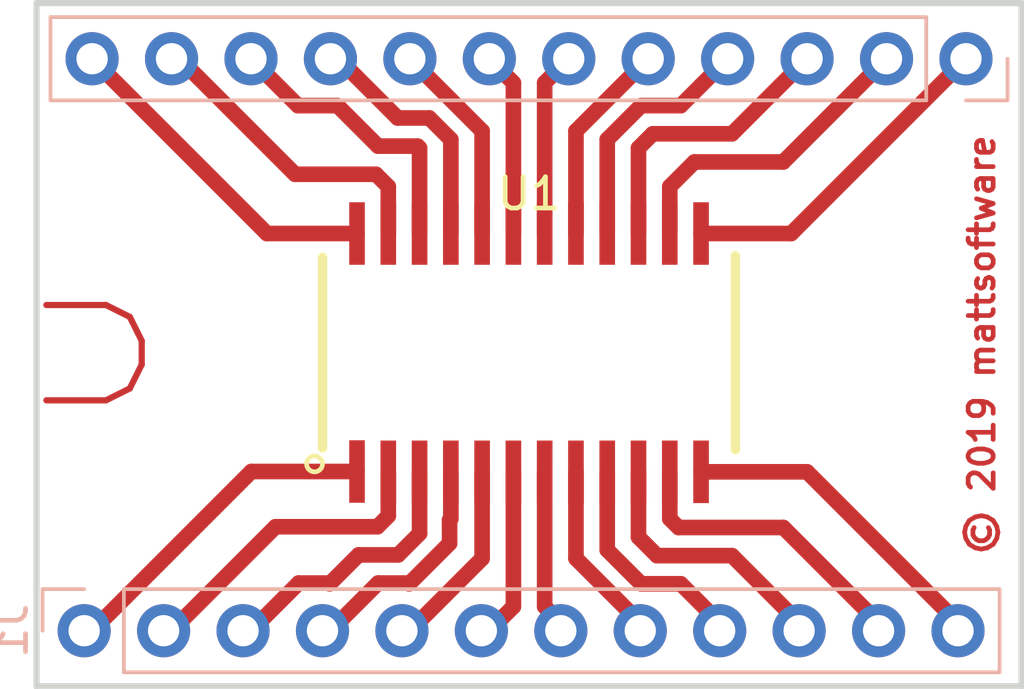
<source format=kicad_pcb>
(kicad_pcb (version 20171130) (host pcbnew "(5.0.1-3-g963ef8bb5)")

  (general
    (thickness 1.6)
    (drawings 6)
    (tracks 85)
    (zones 0)
    (modules 3)
    (nets 25)
  )

  (page A4)
  (title_block
    (title "MBI5024 Adapter")
    (date 2018-12-31)
    (rev v01)
    (company mattsoftware)
    (comment 2 creativecommons.org/licenses/by/4.0/)
    (comment 3 "License: CC BY 4.0")
    (comment 4 "Author: Matt Paine")
  )

  (layers
    (0 F.Cu signal)
    (31 B.Cu signal hide)
    (32 B.Adhes user hide)
    (33 F.Adhes user)
    (34 B.Paste user hide)
    (35 F.Paste user)
    (36 B.SilkS user hide)
    (37 F.SilkS user)
    (38 B.Mask user hide)
    (39 F.Mask user)
    (40 Dwgs.User user hide)
    (41 Cmts.User user hide)
    (42 Eco1.User user hide)
    (43 Eco2.User user hide)
    (44 Edge.Cuts user)
    (45 Margin user hide)
    (46 B.CrtYd user hide)
    (47 F.CrtYd user)
    (48 B.Fab user hide)
    (49 F.Fab user hide)
  )

  (setup
    (last_trace_width 0.5)
    (trace_clearance 0.4)
    (zone_clearance 0.508)
    (zone_45_only no)
    (trace_min 0.2)
    (segment_width 0.2)
    (edge_width 0.2)
    (via_size 0.8)
    (via_drill 0.4)
    (via_min_size 0.4)
    (via_min_drill 0.3)
    (uvia_size 0.3)
    (uvia_drill 0.1)
    (uvias_allowed no)
    (uvia_min_size 0.2)
    (uvia_min_drill 0.1)
    (pcb_text_width 0.3)
    (pcb_text_size 1.5 1.5)
    (mod_edge_width 0.15)
    (mod_text_size 1 1)
    (mod_text_width 0.15)
    (pad_size 1.7 1.7)
    (pad_drill 1)
    (pad_to_mask_clearance 0.051)
    (solder_mask_min_width 0.25)
    (aux_axis_origin 0 0)
    (visible_elements FFFFFF7F)
    (pcbplotparams
      (layerselection 0x010fc_ffffffff)
      (usegerberextensions false)
      (usegerberattributes false)
      (usegerberadvancedattributes false)
      (creategerberjobfile false)
      (excludeedgelayer true)
      (linewidth 0.100000)
      (plotframeref false)
      (viasonmask false)
      (mode 1)
      (useauxorigin false)
      (hpglpennumber 1)
      (hpglpenspeed 20)
      (hpglpendiameter 15.000000)
      (psnegative false)
      (psa4output false)
      (plotreference true)
      (plotvalue true)
      (plotinvisibletext false)
      (padsonsilk false)
      (subtractmaskfromsilk false)
      (outputformat 1)
      (mirror false)
      (drillshape 1)
      (scaleselection 1)
      (outputdirectory "Exports/"))
  )

  (net 0 "")
  (net 1 "Net-(J1-Pad1)")
  (net 2 "Net-(J1-Pad2)")
  (net 3 "Net-(J1-Pad3)")
  (net 4 "Net-(J1-Pad4)")
  (net 5 "Net-(J1-Pad5)")
  (net 6 "Net-(J1-Pad6)")
  (net 7 "Net-(J1-Pad7)")
  (net 8 "Net-(J1-Pad8)")
  (net 9 "Net-(J1-Pad9)")
  (net 10 "Net-(J1-Pad10)")
  (net 11 "Net-(J1-Pad11)")
  (net 12 "Net-(J1-Pad12)")
  (net 13 "Net-(J2-Pad24)")
  (net 14 "Net-(J2-Pad23)")
  (net 15 "Net-(J2-Pad22)")
  (net 16 "Net-(J2-Pad21)")
  (net 17 "Net-(J2-Pad20)")
  (net 18 "Net-(J2-Pad19)")
  (net 19 "Net-(J2-Pad18)")
  (net 20 "Net-(J2-Pad17)")
  (net 21 "Net-(J2-Pad16)")
  (net 22 "Net-(J2-Pad15)")
  (net 23 "Net-(J2-Pad14)")
  (net 24 "Net-(J2-Pad13)")

  (net_class Default "This is the default net class."
    (clearance 0.4)
    (trace_width 0.5)
    (via_dia 0.8)
    (via_drill 0.4)
    (uvia_dia 0.3)
    (uvia_drill 0.1)
    (add_net "Net-(J1-Pad1)")
    (add_net "Net-(J1-Pad10)")
    (add_net "Net-(J1-Pad11)")
    (add_net "Net-(J1-Pad12)")
    (add_net "Net-(J1-Pad2)")
    (add_net "Net-(J1-Pad3)")
    (add_net "Net-(J1-Pad4)")
    (add_net "Net-(J1-Pad5)")
    (add_net "Net-(J1-Pad6)")
    (add_net "Net-(J1-Pad7)")
    (add_net "Net-(J1-Pad8)")
    (add_net "Net-(J1-Pad9)")
    (add_net "Net-(J2-Pad13)")
    (add_net "Net-(J2-Pad14)")
    (add_net "Net-(J2-Pad15)")
    (add_net "Net-(J2-Pad16)")
    (add_net "Net-(J2-Pad17)")
    (add_net "Net-(J2-Pad18)")
    (add_net "Net-(J2-Pad19)")
    (add_net "Net-(J2-Pad20)")
    (add_net "Net-(J2-Pad21)")
    (add_net "Net-(J2-Pad22)")
    (add_net "Net-(J2-Pad23)")
    (add_net "Net-(J2-Pad24)")
  )

  (module Connectors:PinHeader_1x12_P2.54mm_Vertical_13-24 (layer B.Cu) (tedit 5C445AD6) (tstamp 5C519464)
    (at 151.13 83.312 90)
    (descr "Through hole straight pin header, 1x12, 2.54mm pitch, single row")
    (tags "Through hole pin header THT 1x12 2.54mm single row")
    (path /5C458646)
    (fp_text reference J2 (at 0 2.33 90) (layer B.SilkS)
      (effects (font (size 1 1) (thickness 0.15)) (justify mirror))
    )
    (fp_text value Conn_01x12_13-24 (at 0 -30.27 90) (layer B.Fab)
      (effects (font (size 1 1) (thickness 0.15)) (justify mirror))
    )
    (fp_text user %R (at 0 -13.97) (layer B.Fab)
      (effects (font (size 1 1) (thickness 0.15)) (justify mirror))
    )
    (fp_line (start 1.8 1.8) (end -1.8 1.8) (layer B.CrtYd) (width 0.05))
    (fp_line (start 1.8 -29.75) (end 1.8 1.8) (layer B.CrtYd) (width 0.05))
    (fp_line (start -1.8 -29.75) (end 1.8 -29.75) (layer B.CrtYd) (width 0.05))
    (fp_line (start -1.8 1.8) (end -1.8 -29.75) (layer B.CrtYd) (width 0.05))
    (fp_line (start -1.33 1.33) (end 0 1.33) (layer B.SilkS) (width 0.12))
    (fp_line (start -1.33 0) (end -1.33 1.33) (layer B.SilkS) (width 0.12))
    (fp_line (start -1.33 -1.27) (end 1.33 -1.27) (layer B.SilkS) (width 0.12))
    (fp_line (start 1.33 -1.27) (end 1.33 -29.27) (layer B.SilkS) (width 0.12))
    (fp_line (start -1.33 -1.27) (end -1.33 -29.27) (layer B.SilkS) (width 0.12))
    (fp_line (start -1.33 -29.27) (end 1.33 -29.27) (layer B.SilkS) (width 0.12))
    (fp_line (start -1.27 0.635) (end -0.635 1.27) (layer B.Fab) (width 0.1))
    (fp_line (start -1.27 -29.21) (end -1.27 0.635) (layer B.Fab) (width 0.1))
    (fp_line (start 1.27 -29.21) (end -1.27 -29.21) (layer B.Fab) (width 0.1))
    (fp_line (start 1.27 1.27) (end 1.27 -29.21) (layer B.Fab) (width 0.1))
    (fp_line (start -0.635 1.27) (end 1.27 1.27) (layer B.Fab) (width 0.1))
    (pad 24 thru_hole oval (at 0 -27.94 90) (size 1.7 1.7) (drill 1) (layers *.Cu *.Mask)
      (net 13 "Net-(J2-Pad24)"))
    (pad 23 thru_hole oval (at 0 -25.4 90) (size 1.7 1.7) (drill 1) (layers *.Cu *.Mask)
      (net 14 "Net-(J2-Pad23)"))
    (pad 22 thru_hole oval (at 0 -22.86 90) (size 1.7 1.7) (drill 1) (layers *.Cu *.Mask)
      (net 15 "Net-(J2-Pad22)"))
    (pad 21 thru_hole oval (at 0 -20.32 90) (size 1.7 1.7) (drill 1) (layers *.Cu *.Mask)
      (net 16 "Net-(J2-Pad21)"))
    (pad 20 thru_hole oval (at 0 -17.78 90) (size 1.7 1.7) (drill 1) (layers *.Cu *.Mask)
      (net 17 "Net-(J2-Pad20)"))
    (pad 19 thru_hole oval (at 0 -15.24 90) (size 1.7 1.7) (drill 1) (layers *.Cu *.Mask)
      (net 18 "Net-(J2-Pad19)"))
    (pad 18 thru_hole oval (at 0 -12.7 90) (size 1.7 1.7) (drill 1) (layers *.Cu *.Mask)
      (net 19 "Net-(J2-Pad18)"))
    (pad 17 thru_hole oval (at 0 -10.16 90) (size 1.7 1.7) (drill 1) (layers *.Cu *.Mask)
      (net 20 "Net-(J2-Pad17)"))
    (pad 16 thru_hole oval (at 0 -7.62 90) (size 1.7 1.7) (drill 1) (layers *.Cu *.Mask)
      (net 21 "Net-(J2-Pad16)"))
    (pad 15 thru_hole oval (at 0 -5.08 90) (size 1.7 1.7) (drill 1) (layers *.Cu *.Mask)
      (net 22 "Net-(J2-Pad15)"))
    (pad 14 thru_hole oval (at 0 -2.54 90) (size 1.7 1.7) (drill 1) (layers *.Cu *.Mask)
      (net 23 "Net-(J2-Pad14)"))
    (pad 13 thru_hole circle (at 0 0 90) (size 1.7 1.7) (drill 1) (layers *.Cu *.Mask)
      (net 24 "Net-(J2-Pad13)"))
    (model ${KISYS3DMOD}/Connector_PinHeader_2.54mm.3dshapes/PinHeader_1x12_P2.54mm_Vertical.wrl
      (at (xyz 0 0 0))
      (scale (xyz 1 1 1))
      (rotate (xyz 0 0 0))
    )
  )

  (module Connector_PinHeader_2.54mm:PinHeader_1x12_P2.54mm_Vertical (layer B.Cu) (tedit 5C29C928) (tstamp 5C3FD58E)
    (at 122.936 101.6 270)
    (descr "Through hole straight pin header, 1x12, 2.54mm pitch, single row")
    (tags "Through hole pin header THT 1x12 2.54mm single row")
    (path /5C29369A)
    (fp_text reference J1 (at 0 2.33 270) (layer B.SilkS)
      (effects (font (size 1 1) (thickness 0.15)) (justify mirror))
    )
    (fp_text value Conn_01x12 (at 0 -30.27 270) (layer B.Fab)
      (effects (font (size 1 1) (thickness 0.15)) (justify mirror))
    )
    (fp_line (start -0.635 1.27) (end 1.27 1.27) (layer B.Fab) (width 0.1))
    (fp_line (start 1.27 1.27) (end 1.27 -29.21) (layer B.Fab) (width 0.1))
    (fp_line (start 1.27 -29.21) (end -1.27 -29.21) (layer B.Fab) (width 0.1))
    (fp_line (start -1.27 -29.21) (end -1.27 0.635) (layer B.Fab) (width 0.1))
    (fp_line (start -1.27 0.635) (end -0.635 1.27) (layer B.Fab) (width 0.1))
    (fp_line (start -1.33 -29.27) (end 1.33 -29.27) (layer B.SilkS) (width 0.12))
    (fp_line (start -1.33 -1.27) (end -1.33 -29.27) (layer B.SilkS) (width 0.12))
    (fp_line (start 1.33 -1.27) (end 1.33 -29.27) (layer B.SilkS) (width 0.12))
    (fp_line (start -1.33 -1.27) (end 1.33 -1.27) (layer B.SilkS) (width 0.12))
    (fp_line (start -1.33 0) (end -1.33 1.33) (layer B.SilkS) (width 0.12))
    (fp_line (start -1.33 1.33) (end 0 1.33) (layer B.SilkS) (width 0.12))
    (fp_line (start -1.8 1.8) (end -1.8 -29.75) (layer B.CrtYd) (width 0.05))
    (fp_line (start -1.8 -29.75) (end 1.8 -29.75) (layer B.CrtYd) (width 0.05))
    (fp_line (start 1.8 -29.75) (end 1.8 1.8) (layer B.CrtYd) (width 0.05))
    (fp_line (start 1.8 1.8) (end -1.8 1.8) (layer B.CrtYd) (width 0.05))
    (fp_text user %R (at 0 -13.97 180) (layer B.Fab)
      (effects (font (size 1 1) (thickness 0.15)) (justify mirror))
    )
    (pad 1 thru_hole circle (at 0 0 270) (size 1.7 1.7) (drill 1) (layers *.Cu *.Mask)
      (net 1 "Net-(J1-Pad1)"))
    (pad 2 thru_hole oval (at 0 -2.54 270) (size 1.7 1.7) (drill 1) (layers *.Cu *.Mask)
      (net 2 "Net-(J1-Pad2)"))
    (pad 3 thru_hole oval (at 0 -5.08 270) (size 1.7 1.7) (drill 1) (layers *.Cu *.Mask)
      (net 3 "Net-(J1-Pad3)"))
    (pad 4 thru_hole oval (at 0 -7.62 270) (size 1.7 1.7) (drill 1) (layers *.Cu *.Mask)
      (net 4 "Net-(J1-Pad4)"))
    (pad 5 thru_hole oval (at 0 -10.16 270) (size 1.7 1.7) (drill 1) (layers *.Cu *.Mask)
      (net 5 "Net-(J1-Pad5)"))
    (pad 6 thru_hole oval (at 0 -12.7 270) (size 1.7 1.7) (drill 1) (layers *.Cu *.Mask)
      (net 6 "Net-(J1-Pad6)"))
    (pad 7 thru_hole oval (at 0 -15.24 270) (size 1.7 1.7) (drill 1) (layers *.Cu *.Mask)
      (net 7 "Net-(J1-Pad7)"))
    (pad 8 thru_hole oval (at 0 -17.78 270) (size 1.7 1.7) (drill 1) (layers *.Cu *.Mask)
      (net 8 "Net-(J1-Pad8)"))
    (pad 9 thru_hole oval (at 0 -20.32 270) (size 1.7 1.7) (drill 1) (layers *.Cu *.Mask)
      (net 9 "Net-(J1-Pad9)"))
    (pad 10 thru_hole oval (at 0 -22.86 270) (size 1.7 1.7) (drill 1) (layers *.Cu *.Mask)
      (net 10 "Net-(J1-Pad10)"))
    (pad 11 thru_hole oval (at 0 -25.4 270) (size 1.7 1.7) (drill 1) (layers *.Cu *.Mask)
      (net 11 "Net-(J1-Pad11)"))
    (pad 12 thru_hole oval (at 0 -27.94 270) (size 1.7 1.7) (drill 1) (layers *.Cu *.Mask)
      (net 12 "Net-(J1-Pad12)"))
    (model ${KISYS3DMOD}/Connector_PinHeader_2.54mm.3dshapes/PinHeader_1x12_P2.54mm_Vertical.wrl
      (at (xyz 0 0 0))
      (scale (xyz 1 1 1))
      (rotate (xyz 0 0 0))
    )
  )

  (module MBI5024:SSOP-24-1mm (layer F.Cu) (tedit 5C2AC058) (tstamp 5C44ECB9)
    (at 137.16 92.71)
    (path /5C293359)
    (fp_text reference U1 (at 0 -5.08) (layer F.SilkS)
      (effects (font (size 1 1) (thickness 0.15)))
    )
    (fp_text value MBI5024 (at 0.254 5.334) (layer F.Fab)
      (effects (font (size 1 1) (thickness 0.15)))
    )
    (fp_line (start 6.6 3.1) (end 6.6 -3.1) (layer F.Fab) (width 0.15))
    (fp_line (start -6.6 3.1) (end -6.6 -3.1) (layer F.Fab) (width 0.15))
    (fp_line (start -6.6 -3.1) (end 6.6 -3.1) (layer F.Fab) (width 0.15))
    (fp_line (start -6.6 3.1) (end 6.6 3.1) (layer F.Fab) (width 0.15))
    (fp_circle (center -5.588 2.032) (end -5.08 2.032) (layer F.Fab) (width 0.15))
    (fp_line (start -6.604 3.048) (end -6.604 -3.048) (layer F.SilkS) (width 0.3))
    (fp_line (start 6.6 3.1) (end 6.6 -3.1) (layer F.SilkS) (width 0.3))
    (fp_circle (center -6.858 3.556) (end -6.858 3.302) (layer F.SilkS) (width 0.15))
    (pad 1 smd rect (at -5.5 3.8) (size 0.5 2) (layers F.Cu F.Paste F.Mask)
      (net 1 "Net-(J1-Pad1)"))
    (pad 2 smd rect (at -4.5 3.81) (size 0.5 2) (layers F.Cu F.Paste F.Mask)
      (net 2 "Net-(J1-Pad2)"))
    (pad 3 smd rect (at -3.5 3.81) (size 0.5 2) (layers F.Cu F.Paste F.Mask)
      (net 3 "Net-(J1-Pad3)"))
    (pad 4 smd rect (at -2.5 3.81) (size 0.5 2) (layers F.Cu F.Paste F.Mask)
      (net 4 "Net-(J1-Pad4)"))
    (pad 5 smd rect (at -1.5 3.81) (size 0.5 2) (layers F.Cu F.Paste F.Mask)
      (net 5 "Net-(J1-Pad5)"))
    (pad 6 smd rect (at -0.5 3.81) (size 0.5 2) (layers F.Cu F.Paste F.Mask)
      (net 6 "Net-(J1-Pad6)"))
    (pad 7 smd rect (at 0.5 3.81) (size 0.5 2) (layers F.Cu F.Paste F.Mask)
      (net 7 "Net-(J1-Pad7)"))
    (pad 8 smd rect (at 1.5 3.81) (size 0.5 2) (layers F.Cu F.Paste F.Mask)
      (net 8 "Net-(J1-Pad8)"))
    (pad 9 smd rect (at 2.5 3.81) (size 0.5 2) (layers F.Cu F.Paste F.Mask)
      (net 9 "Net-(J1-Pad9)"))
    (pad 10 smd rect (at 3.5 3.81) (size 0.5 2) (layers F.Cu F.Paste F.Mask)
      (net 10 "Net-(J1-Pad10)"))
    (pad 11 smd rect (at 4.5 3.81) (size 0.5 2) (layers F.Cu F.Paste F.Mask)
      (net 11 "Net-(J1-Pad11)"))
    (pad 12 smd rect (at 5.5 3.81) (size 0.5 2) (layers F.Cu F.Paste F.Mask)
      (net 12 "Net-(J1-Pad12)"))
    (pad 13 smd rect (at 5.5 -3.81) (size 0.5 2) (layers F.Cu F.Paste F.Mask)
      (net 24 "Net-(J2-Pad13)"))
    (pad 14 smd rect (at 4.5 -3.81) (size 0.5 2) (layers F.Cu F.Paste F.Mask)
      (net 23 "Net-(J2-Pad14)"))
    (pad 15 smd rect (at 3.5 -3.81) (size 0.5 2) (layers F.Cu F.Paste F.Mask)
      (net 22 "Net-(J2-Pad15)"))
    (pad 16 smd rect (at 2.5 -3.81) (size 0.5 2) (layers F.Cu F.Paste F.Mask)
      (net 21 "Net-(J2-Pad16)"))
    (pad 17 smd rect (at 1.5 -3.81) (size 0.5 2) (layers F.Cu F.Paste F.Mask)
      (net 20 "Net-(J2-Pad17)"))
    (pad 18 smd rect (at 0.5 -3.81) (size 0.5 2) (layers F.Cu F.Paste F.Mask)
      (net 19 "Net-(J2-Pad18)"))
    (pad 19 smd rect (at -0.5 -3.81) (size 0.5 2) (layers F.Cu F.Paste F.Mask)
      (net 18 "Net-(J2-Pad19)"))
    (pad 20 smd rect (at -1.5 -3.81) (size 0.5 2) (layers F.Cu F.Paste F.Mask)
      (net 17 "Net-(J2-Pad20)"))
    (pad 21 smd rect (at -2.5 -3.81) (size 0.5 2) (layers F.Cu F.Paste F.Mask)
      (net 16 "Net-(J2-Pad21)"))
    (pad 22 smd rect (at -3.5 -3.81) (size 0.5 2) (layers F.Cu F.Paste F.Mask)
      (net 15 "Net-(J2-Pad22)"))
    (pad 23 smd rect (at -4.5 -3.81) (size 0.5 2) (layers F.Cu F.Paste F.Mask)
      (net 14 "Net-(J2-Pad23)"))
    (pad 24 smd rect (at -5.5 -3.81) (size 0.5 2) (layers F.Cu F.Paste F.Mask)
      (net 13 "Net-(J2-Pad24)"))
    (model ${KIPRJMOD}/MBI5024/3d/MBI5024.wrl
      (at (xyz 0 0 0))
      (scale (xyz 0.3937 0.3937 0.3937))
      (rotate (xyz 0 0 0))
    )
  )

  (gr_text ∪ (at 122.936 92.71 90) (layer F.Cu) (tstamp 5C4C0220)
    (effects (font (size 4 4) (thickness 0.2)))
  )
  (gr_text "© 2019 mattsoftware" (at 151.638 92.456 90) (layer F.Cu)
    (effects (font (size 0.8 0.8) (thickness 0.15)))
  )
  (gr_line (start 121.412 81.534) (end 152.908 81.534) (layer Edge.Cuts) (width 0.2))
  (gr_line (start 121.412 103.378) (end 121.412 81.534) (layer Edge.Cuts) (width 0.2))
  (gr_line (start 152.908 103.378) (end 121.412 103.378) (layer Edge.Cuts) (width 0.2))
  (gr_line (start 152.908 81.534) (end 152.908 103.378) (layer Edge.Cuts) (width 0.2))

  (segment (start 128.28 96.51) (end 123.19 101.6) (width 0.5) (layer F.Cu) (net 1) (status 20))
  (segment (start 128.28 96.51) (end 131.66 96.51) (width 0.5) (layer F.Cu) (net 1) (status 20))
  (segment (start 132.314022 98.27598) (end 132.66 97.930002) (width 0.5) (layer F.Cu) (net 2))
  (segment (start 129.05402 98.27598) (end 132.314022 98.27598) (width 0.5) (layer F.Cu) (net 2))
  (segment (start 132.66 97.930002) (end 132.66 96.52) (width 0.5) (layer F.Cu) (net 2) (status 20))
  (segment (start 125.73 101.6) (end 129.05402 98.27598) (width 0.5) (layer F.Cu) (net 2) (status 10))
  (segment (start 132.977204 99.17599) (end 131.71001 99.17599) (width 0.5) (layer F.Cu) (net 3))
  (segment (start 133.66 98.493194) (end 132.977204 99.17599) (width 0.5) (layer F.Cu) (net 3))
  (segment (start 131.71001 99.17599) (end 130.786001 100.099999) (width 0.5) (layer F.Cu) (net 3))
  (segment (start 130.786001 100.099999) (end 130.762002 100.076) (width 0.5) (layer F.Cu) (net 3))
  (segment (start 129.794 100.076) (end 128.27 101.6) (width 0.5) (layer F.Cu) (net 3) (status 20))
  (segment (start 130.762002 100.076) (end 129.794 100.076) (width 0.5) (layer F.Cu) (net 3))
  (segment (start 133.66 98.493194) (end 133.66 96.52) (width 0.5) (layer F.Cu) (net 3) (status 20))
  (segment (start 134.62 98.06) (end 134.62 98.806) (width 0.5) (layer F.Cu) (net 4))
  (segment (start 134.62 98.806) (end 133.326001 100.099999) (width 0.5) (layer F.Cu) (net 4))
  (segment (start 133.326001 100.099999) (end 133.302002 100.076) (width 0.5) (layer F.Cu) (net 4))
  (segment (start 132.334 100.076) (end 130.81 101.6) (width 0.5) (layer F.Cu) (net 4) (status 20))
  (segment (start 133.302002 100.076) (end 132.334 100.076) (width 0.5) (layer F.Cu) (net 4))
  (segment (start 134.66 98.02) (end 134.66 96.52) (width 0.5) (layer F.Cu) (net 4) (status 20))
  (segment (start 134.62 98.06) (end 134.66 98.02) (width 0.5) (layer F.Cu) (net 4))
  (segment (start 135.66 99.29) (end 133.35 101.6) (width 0.5) (layer F.Cu) (net 5) (status 20))
  (segment (start 135.66 99.29) (end 135.66 96.52) (width 0.5) (layer F.Cu) (net 5) (status 20))
  (segment (start 136.66 100.83) (end 135.89 101.6) (width 0.5) (layer F.Cu) (net 6) (status 20))
  (segment (start 136.66 100.83) (end 136.66 96.52) (width 0.5) (layer F.Cu) (net 6) (status 20))
  (segment (start 137.66 100.83) (end 138.43 101.6) (width 0.5) (layer F.Cu) (net 7) (status 30))
  (segment (start 137.66 100.83) (end 137.66 96.52) (width 0.5) (layer F.Cu) (net 7) (status 30))
  (segment (start 138.66 99.29) (end 140.97 101.6) (width 0.5) (layer F.Cu) (net 8) (status 20))
  (segment (start 138.66 99.29) (end 138.66 96.52) (width 0.5) (layer F.Cu) (net 8) (status 20))
  (segment (start 139.66 99.017194) (end 139.66 96.52) (width 0.5) (layer F.Cu) (net 9) (status 20))
  (segment (start 142.009999 100.099999) (end 140.742805 100.099999) (width 0.5) (layer F.Cu) (net 9))
  (segment (start 140.742805 100.099999) (end 139.66 99.017194) (width 0.5) (layer F.Cu) (net 9))
  (segment (start 143.51 101.6) (end 142.009999 100.099999) (width 0.5) (layer F.Cu) (net 9) (status 10))
  (segment (start 141.251989 99.199989) (end 140.66 98.608) (width 0.5) (layer F.Cu) (net 10))
  (segment (start 143.649989 99.199989) (end 141.251989 99.199989) (width 0.5) (layer F.Cu) (net 10))
  (segment (start 140.66 98.608) (end 140.66 96.52) (width 0.5) (layer F.Cu) (net 10) (status 20))
  (segment (start 146.05 101.6) (end 143.649989 99.199989) (width 0.5) (layer F.Cu) (net 10) (status 10))
  (segment (start 141.66 98.02) (end 141.66 96.52) (width 0.5) (layer F.Cu) (net 11) (status 20))
  (segment (start 141.939979 98.299979) (end 141.66 98.02) (width 0.5) (layer F.Cu) (net 11))
  (segment (start 145.289979 98.299979) (end 141.939979 98.299979) (width 0.5) (layer F.Cu) (net 11))
  (segment (start 148.59 101.6) (end 145.289979 98.299979) (width 0.5) (layer F.Cu) (net 11) (status 10))
  (segment (start 146.05 96.52) (end 151.13 101.6) (width 0.5) (layer F.Cu) (net 12) (status 20))
  (segment (start 146.05 96.52) (end 142.66 96.52) (width 0.5) (layer F.Cu) (net 12) (status 20))
  (segment (start 128.778 88.9) (end 123.19 83.312) (width 0.5) (layer F.Cu) (net 13) (status 20))
  (segment (start 131.66 88.9) (end 128.778 88.9) (width 0.5) (layer F.Cu) (net 13) (status 10))
  (segment (start 126.579999 83.907999) (end 125.73 83.058) (width 0.5) (layer F.Cu) (net 14) (status 30))
  (segment (start 129.67801 87.00601) (end 126.579999 83.907999) (width 0.5) (layer F.Cu) (net 14) (status 20))
  (segment (start 132.26601 87.00601) (end 129.67801 87.00601) (width 0.5) (layer F.Cu) (net 14))
  (segment (start 132.66 87.4) (end 132.26601 87.00601) (width 0.5) (layer F.Cu) (net 14))
  (segment (start 132.66 88.9) (end 132.66 87.4) (width 0.5) (layer F.Cu) (net 14) (status 10))
  (segment (start 128.27 83.312) (end 129.770001 84.812001) (width 0.5) (layer F.Cu) (net 15) (status 10))
  (segment (start 131.037195 84.812001) (end 132.331194 86.106) (width 0.5) (layer F.Cu) (net 15))
  (segment (start 129.770001 84.812001) (end 131.037195 84.812001) (width 0.5) (layer F.Cu) (net 15))
  (segment (start 132.331194 86.106) (end 133.598388 86.106) (width 0.5) (layer F.Cu) (net 15))
  (segment (start 133.66 86.167612) (end 133.66 88.9) (width 0.5) (layer F.Cu) (net 15) (status 20))
  (segment (start 133.598388 86.106) (end 133.66 86.167612) (width 0.5) (layer F.Cu) (net 15))
  (segment (start 134.66 85.894806) (end 134.66 88.9) (width 0.5) (layer F.Cu) (net 16) (status 20))
  (segment (start 131.659999 83.907999) (end 130.81 83.058) (width 0.5) (layer F.Cu) (net 16) (status 30))
  (segment (start 132.95799 85.20599) (end 131.659999 83.907999) (width 0.5) (layer F.Cu) (net 16) (status 20))
  (segment (start 133.971184 85.20599) (end 132.95799 85.20599) (width 0.5) (layer F.Cu) (net 16))
  (segment (start 134.66 85.894806) (end 133.971184 85.20599) (width 0.5) (layer F.Cu) (net 16))
  (segment (start 135.66 85.622) (end 133.35 83.312) (width 0.5) (layer F.Cu) (net 17) (status 20))
  (segment (start 135.66 88.9) (end 135.66 85.622) (width 0.5) (layer F.Cu) (net 17) (status 10))
  (segment (start 136.66 84.082) (end 135.89 83.312) (width 0.5) (layer F.Cu) (net 18) (status 30))
  (segment (start 136.66 88.9) (end 136.66 84.082) (width 0.5) (layer F.Cu) (net 18) (status 30))
  (segment (start 137.66 84.082) (end 138.43 83.312) (width 0.5) (layer F.Cu) (net 19) (status 30))
  (segment (start 137.66 88.9) (end 137.66 84.082) (width 0.5) (layer F.Cu) (net 19) (status 30))
  (segment (start 138.66 85.622) (end 140.97 83.312) (width 0.5) (layer F.Cu) (net 20) (status 20))
  (segment (start 138.66 88.9) (end 138.66 85.622) (width 0.5) (layer F.Cu) (net 20) (status 10))
  (segment (start 139.66 88.9) (end 139.66 85.894806) (width 0.5) (layer F.Cu) (net 21) (status 10))
  (segment (start 142.660001 84.161999) (end 143.51 83.312) (width 0.5) (layer F.Cu) (net 21) (status 30))
  (segment (start 140.742805 84.812001) (end 142.009999 84.812001) (width 0.5) (layer F.Cu) (net 21))
  (segment (start 142.009999 84.812001) (end 142.660001 84.161999) (width 0.5) (layer F.Cu) (net 21) (status 20))
  (segment (start 139.66 85.894806) (end 140.742805 84.812001) (width 0.5) (layer F.Cu) (net 21))
  (segment (start 143.649989 85.712011) (end 145.200001 84.161999) (width 0.5) (layer F.Cu) (net 22) (status 20))
  (segment (start 141.115601 85.712011) (end 143.649989 85.712011) (width 0.5) (layer F.Cu) (net 22))
  (segment (start 145.200001 84.161999) (end 146.05 83.312) (width 0.5) (layer F.Cu) (net 22) (status 30))
  (segment (start 140.66 86.167612) (end 141.115601 85.712011) (width 0.5) (layer F.Cu) (net 22))
  (segment (start 140.66 88.9) (end 140.66 86.167612) (width 0.5) (layer F.Cu) (net 22) (status 10))
  (segment (start 145.289981 86.612019) (end 147.740001 84.161999) (width 0.5) (layer F.Cu) (net 23) (status 20))
  (segment (start 142.447981 86.612019) (end 145.289981 86.612019) (width 0.5) (layer F.Cu) (net 23))
  (segment (start 147.740001 84.161999) (end 148.59 83.312) (width 0.5) (layer F.Cu) (net 23) (status 30))
  (segment (start 141.66 87.4) (end 142.447981 86.612019) (width 0.5) (layer F.Cu) (net 23))
  (segment (start 141.66 88.9) (end 141.66 87.4) (width 0.5) (layer F.Cu) (net 23) (status 10))
  (segment (start 145.542 88.9) (end 151.13 83.312) (width 0.5) (layer F.Cu) (net 24) (status 20))
  (segment (start 142.66 88.9) (end 145.542 88.9) (width 0.5) (layer F.Cu) (net 24) (status 10))

)

</source>
